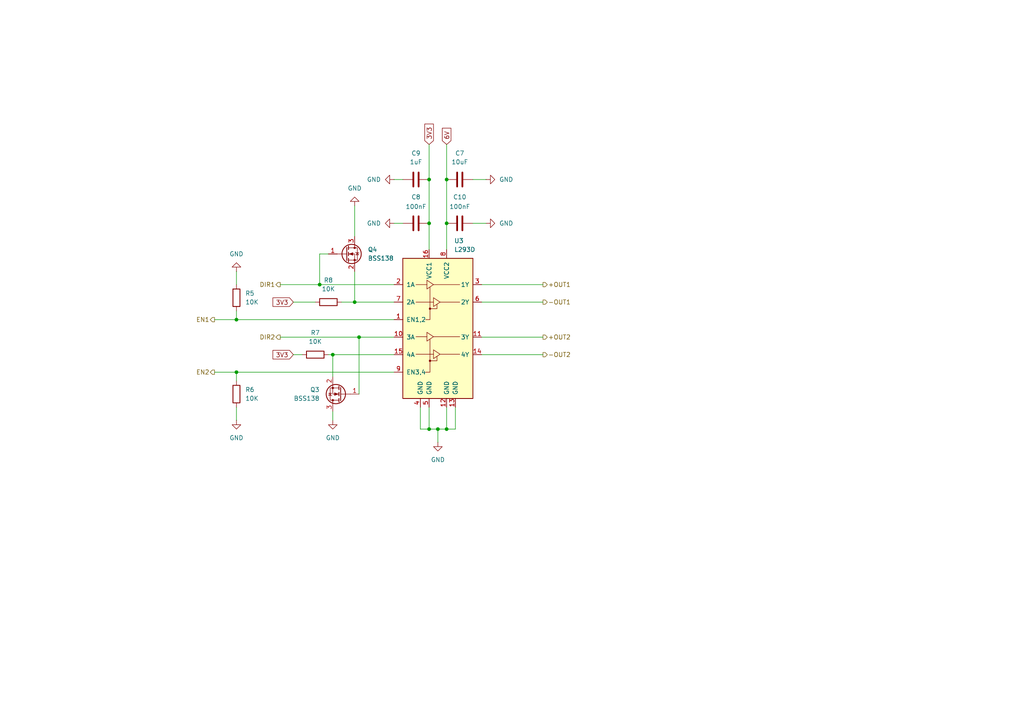
<source format=kicad_sch>
(kicad_sch (version 20231120) (generator "eeschema") (generator_version "8.0")
  (paper "A4")
  (lib_symbols
    (symbol "Device:C" (pin_numbers hide) (pin_names (offset 0.254))
      (property "Reference" "C" (at 0.635 2.54 0))
      (property "Value" "C" (at 0.635 -2.54 0))
      (symbol "C_0_1"
        (polyline (pts (xy -2.032 -0.762) (xy 2.032 -0.762)) (stroke (width 0.508)))
        (polyline (pts (xy -2.032 0.762) (xy 2.032 0.762)) (stroke (width 0.508)))
      )
      (symbol "C_1_1"
        (pin passive line (at 0 3.81 270) (length 2.794) (name "~") (number "1"))
        (pin passive line (at 0 -3.81 90) (length 2.794) (name "~") (number "2"))
      )
    )
    (symbol "Device:R" (pin_numbers hide) (pin_names (offset 0))
      (property "Reference" "R" (at 2.032 0 90))
      (property "Value" "R" (at 0 0 90))
      (symbol "R_0_1"
        (rectangle (start -1.016 -2.54) (end 1.016 2.54) (stroke (width 0.254)))
      )
      (symbol "R_1_1"
        (pin passive line (at 0 3.81 270) (length 1.27) (name "~") (number "1"))
        (pin passive line (at 0 -3.81 90) (length 1.27) (name "~") (number "2"))
      )
    )
    (symbol "Driver_Motor:L293D" (pin_names (offset 1.016))
      (property "Reference" "U" (at -5.08 26.035 0))
      (property "Value" "L293D" (at -5.08 24.13 0))
      (symbol "L293D_0_1"
        (rectangle (start -10.16 22.86) (end 10.16 -17.78) (stroke (width 0.254)) (fill (type background)))
        (circle (center -2.286 -6.858) (radius 0.254) (fill (type outline)))
        (circle (center -2.286 8.255) (radius 0.254) (fill (type outline)))
        (polyline (pts (xy -6.35 -4.953) (xy -1.27 -4.953)))
        (polyline (pts (xy -6.35 0.127) (xy -3.175 0.127)))
        (polyline (pts (xy -6.35 10.16) (xy -1.27 10.16)))
        (polyline (pts (xy -6.35 15.24) (xy -3.175 15.24)))
        (polyline (pts (xy -1.27 0.127) (xy 6.35 0.127)))
        (polyline (pts (xy -1.27 15.24) (xy 6.35 15.24)))
        (polyline (pts (xy 0.635 -4.953) (xy 6.35 -4.953)))
        (polyline (pts (xy 0.635 10.16) (xy 6.35 10.16)))
        (polyline (pts (xy -2.286 -6.858) (xy -0.254 -6.858) (xy -0.254 -5.588)))
        (polyline (pts (xy -2.286 -0.635) (xy -2.286 -10.16) (xy -3.556 -10.16)))
        (polyline (pts (xy -2.286 8.255) (xy -0.254 8.255) (xy -0.254 9.525)))
        (polyline (pts (xy -2.286 14.478) (xy -2.286 5.08) (xy -3.556 5.08)))
        (polyline (pts (xy -3.175 1.397) (xy -3.175 -1.143) (xy -1.27 0.127) (xy -3.175 1.397)))
        (polyline (pts (xy -3.175 16.51) (xy -3.175 13.97) (xy -1.27 15.24) (xy -3.175 16.51)))
        (polyline (pts (xy -1.27 -3.683) (xy -1.27 -6.223) (xy 0.635 -4.953) (xy -1.27 -3.683)))
        (polyline (pts (xy -1.27 11.43) (xy -1.27 8.89) (xy 0.635 10.16) (xy -1.27 11.43)))
      )
      (symbol "L293D_1_1"
        (pin input line (at -12.7 5.08 0) (length 2.54) (name "EN1,2") (number "1"))
        (pin input line (at -12.7 0 0) (length 2.54) (name "3A") (number "10"))
        (pin output line (at 12.7 0 180) (length 2.54) (name "3Y") (number "11"))
        (pin power_in line (at 2.54 -20.32 90) (length 2.54) (name "GND") (number "12"))
        (pin power_in line (at 5.08 -20.32 90) (length 2.54) (name "GND") (number "13"))
        (pin output line (at 12.7 -5.08 180) (length 2.54) (name "4Y") (number "14"))
        (pin input line (at -12.7 -5.08 0) (length 2.54) (name "4A") (number "15"))
        (pin power_in line (at -2.54 25.4 270) (length 2.54) (name "VCC1") (number "16"))
        (pin input line (at -12.7 15.24 0) (length 2.54) (name "1A") (number "2"))
        (pin output line (at 12.7 15.24 180) (length 2.54) (name "1Y") (number "3"))
        (pin power_in line (at -5.08 -20.32 90) (length 2.54) (name "GND") (number "4"))
        (pin power_in line (at -2.54 -20.32 90) (length 2.54) (name "GND") (number "5"))
        (pin output line (at 12.7 10.16 180) (length 2.54) (name "2Y") (number "6"))
        (pin input line (at -12.7 10.16 0) (length 2.54) (name "2A") (number "7"))
        (pin power_in line (at 2.54 25.4 270) (length 2.54) (name "VCC2") (number "8"))
        (pin input line (at -12.7 -10.16 0) (length 2.54) (name "EN3,4") (number "9"))
      )
    )
    (symbol "Transistor_FET:BSS138" (pin_names hide)
      (property "Reference" "Q" (at 5.08 1.905 0))
      (property "Value" "BSS138" (at 5.08 0 0))
      (symbol "BSS138_0_1"
        (polyline (pts (xy 0.254 0) (xy -2.54 0)))
        (polyline (pts (xy 0.254 1.905) (xy 0.254 -1.905)) (stroke (width 0.254)))
        (polyline (pts (xy 0.762 -1.27) (xy 0.762 -2.286)) (stroke (width 0.254)))
        (polyline (pts (xy 0.762 0.508) (xy 0.762 -0.508)) (stroke (width 0.254)))
        (polyline (pts (xy 0.762 2.286) (xy 0.762 1.27)) (stroke (width 0.254)))
        (polyline (pts (xy 2.54 2.54) (xy 2.54 1.778)))
        (polyline (pts (xy 2.54 -2.54) (xy 2.54 0) (xy 0.762 0)))
        (polyline (pts (xy 0.762 -1.778) (xy 3.302 -1.778) (xy 3.302 1.778) (xy 0.762 1.778)))
        (polyline (pts (xy 1.016 0) (xy 2.032 0.381) (xy 2.032 -0.381) (xy 1.016 0)) (fill (type outline)))
        (polyline (pts (xy 2.794 0.508) (xy 2.921 0.381) (xy 3.683 0.381) (xy 3.81 0.254)))
        (polyline (pts (xy 3.302 0.381) (xy 2.921 -0.254) (xy 3.683 -0.254) (xy 3.302 0.381)))
        (circle (center 1.651 0) (radius 2.794) (stroke (width 0.254)))
        (circle (center 2.54 -1.778) (radius 0.254) (fill (type outline)))
        (circle (center 2.54 1.778) (radius 0.254) (fill (type outline)))
      )
      (symbol "BSS138_1_1"
        (pin input line (at -5.08 0 0) (length 2.54) (name "G") (number "1"))
        (pin passive line (at 2.54 -5.08 90) (length 2.54) (name "S") (number "2"))
        (pin passive line (at 2.54 5.08 270) (length 2.54) (name "D") (number "3"))
      )
    )
    (symbol "power:GND" (power) (pin_numbers hide) (pin_names (offset 0) hide)
      (property "Value" "GND" (at 0 -3.81 0))
      (symbol "GND_0_1"
        (polyline (pts (xy 0 0) (xy 0 -1.27) (xy 1.27 -1.27) (xy 0 -2.54) (xy -1.27 -1.27) (xy 0 -1.27)))
      )
      (symbol "GND_1_1"
        (pin power_in line (at 0 0 270) (length 0) (name "~") (number "1"))
      )
    )
  )
  (junction (at 129.54 52.07))
  (junction (at 127 124.46))
  (junction (at 129.54 124.46))
  (junction (at 104.14 97.79))
  (junction (at 96.52 102.87))
  (junction (at 92.71 82.55))
  (junction (at 102.87 87.63))
  (junction (at 68.58 107.95))
  (junction (at 124.46 64.77))
  (junction (at 68.58 92.71))
  (junction (at 129.54 64.77))
  (junction (at 124.46 52.07))
  (junction (at 124.46 124.46))
  (wire (pts (xy 68.58 90.17) (xy 68.58 92.71)))
  (wire (pts (xy 139.7 82.55) (xy 157.48 82.55)))
  (wire (pts (xy 124.46 118.11) (xy 124.46 124.46)))
  (wire (pts (xy 104.14 97.79) (xy 114.3 97.79)))
  (wire (pts (xy 96.52 119.38) (xy 96.52 121.92)))
  (wire (pts (xy 104.14 114.3) (xy 104.14 97.79)))
  (wire (pts (xy 124.46 52.07) (xy 124.46 64.77)))
  (wire (pts (xy 92.71 73.66) (xy 95.25 73.66)))
  (wire (pts (xy 139.7 87.63) (xy 157.48 87.63)))
  (wire (pts (xy 81.28 82.55) (xy 92.71 82.55)))
  (wire (pts (xy 102.87 87.63) (xy 114.3 87.63)))
  (wire (pts (xy 139.7 97.79) (xy 157.48 97.79)))
  (wire (pts (xy 114.3 64.77) (xy 116.84 64.77)))
  (wire (pts (xy 85.09 87.63) (xy 91.44 87.63)))
  (wire (pts (xy 68.58 78.74) (xy 68.58 82.55)))
  (wire (pts (xy 132.08 118.11) (xy 132.08 124.46)))
  (wire (pts (xy 129.54 118.11) (xy 129.54 124.46)))
  (wire (pts (xy 68.58 92.71) (xy 114.3 92.71)))
  (wire (pts (xy 99.06 87.63) (xy 102.87 87.63)))
  (wire (pts (xy 96.52 102.87) (xy 114.3 102.87)))
  (wire (pts (xy 62.23 92.71) (xy 68.58 92.71)))
  (wire (pts (xy 92.71 82.55) (xy 92.71 73.66)))
  (wire (pts (xy 68.58 107.95) (xy 68.58 110.49)))
  (wire (pts (xy 127 124.46) (xy 127 128.27)))
  (wire (pts (xy 127 124.46) (xy 129.54 124.46)))
  (wire (pts (xy 129.54 124.46) (xy 132.08 124.46)))
  (wire (pts (xy 62.23 107.95) (xy 68.58 107.95)))
  (wire (pts (xy 92.71 82.55) (xy 114.3 82.55)))
  (wire (pts (xy 129.54 64.77) (xy 129.54 72.39)))
  (wire (pts (xy 81.28 97.79) (xy 104.14 97.79)))
  (wire (pts (xy 85.09 102.87) (xy 87.63 102.87)))
  (wire (pts (xy 139.7 102.87) (xy 157.48 102.87)))
  (wire (pts (xy 102.87 78.74) (xy 102.87 87.63)))
  (wire (pts (xy 137.16 52.07) (xy 140.97 52.07)))
  (wire (pts (xy 121.92 124.46) (xy 124.46 124.46)))
  (wire (pts (xy 124.46 41.91) (xy 124.46 52.07)))
  (wire (pts (xy 96.52 109.22) (xy 96.52 102.87)))
  (wire (pts (xy 129.54 41.91) (xy 129.54 52.07)))
  (wire (pts (xy 124.46 124.46) (xy 127 124.46)))
  (wire (pts (xy 121.92 118.11) (xy 121.92 124.46)))
  (wire (pts (xy 68.58 107.95) (xy 114.3 107.95)))
  (wire (pts (xy 137.16 64.77) (xy 140.97 64.77)))
  (wire (pts (xy 129.54 52.07) (xy 129.54 64.77)))
  (wire (pts (xy 114.3 52.07) (xy 116.84 52.07)))
  (wire (pts (xy 124.46 64.77) (xy 124.46 72.39)))
  (wire (pts (xy 68.58 118.11) (xy 68.58 121.92)))
  (wire (pts (xy 102.87 59.69) (xy 102.87 68.58)))
  (wire (pts (xy 95.25 102.87) (xy 96.52 102.87)))
  (global_label "3V3" (shape input) (at 124.46 41.91 90) (property "Intersheetrefs" "${INTERSHEET_REFS}" (effects (hide yes))))
  (global_label "3V3" (shape input) (at 85.09 87.63 180) (property "Intersheetrefs" "${INTERSHEET_REFS}" (effects (hide yes))))
  (global_label "3V3" (shape input) (at 85.09 102.87 180) (property "Intersheetrefs" "${INTERSHEET_REFS}" (effects (hide yes))))
  (global_label "6V" (shape input) (at 129.54 41.91 90) (property "Intersheetrefs" "${INTERSHEET_REFS}" (effects (hide yes))))
  (hierarchical_label "+OUT2" (shape output) (at 157.48 97.79 0))
  (hierarchical_label "EN1" (shape output) (at 62.23 92.71 180))
  (hierarchical_label "-OUT2" (shape output) (at 157.48 102.87 0))
  (hierarchical_label "-OUT1" (shape output) (at 157.48 87.63 0))
  (hierarchical_label "DIR2" (shape output) (at 81.28 97.79 180))
  (hierarchical_label "DIR1" (shape output) (at 81.28 82.55 180))
  (hierarchical_label "+OUT1" (shape output) (at 157.48 82.55 0))
  (hierarchical_label "EN2" (shape output) (at 62.23 107.95 180))
  (symbol (lib_id "Device:R") (at 68.58 114.3 0) (unit 1)
    (property "Reference" "R6" (at 71.12 113.0299 0) (effects (justify left)))
    (property "Value" "10K" (at 71.12 115.5699 0) (effects (justify left)))
    (property "Footprint" "Resistor_SMD:R_0603_1608Metric" (effects (hide yes)))
    (property "Description" "Resistor" (effects (hide yes)))
    (instances (project "Differential Swerve Drivetrain Board V3" (path "" (reference "R6") (unit 1)) (path "" (reference "R10") (unit 1)) (path "" (reference "R3") (unit 1))))
  )
  (symbol (lib_id "power:GND") (at 68.58 78.74 180) (unit 1)
    (property "Reference" "#PWR011" (effects (hide yes)))
    (property "Value" "GND" (at 68.58 73.66 0))
    (property "Description" "Power symbol creates a global label with name \"GND\" , ground" (effects (hide yes)))
    (instances (project "Differential Swerve Drivetrain Board V3" (path "" (reference "#PWR011") (unit 1)) (path "" (reference "#PWR020") (unit 1)) (path "" (reference "#PWR05") (unit 1))))
  )
  (symbol (lib_id "Device:C") (at 120.65 64.77 270) (unit 1)
    (property "Reference" "C8" (at 120.65 57.15 90))
    (property "Value" "100nF" (at 120.65 59.944 90))
    (property "Footprint" "Capacitor_SMD:C_0805_2012Metric" (effects (hide yes)))
    (property "Description" "Unpolarized capacitor" (effects (hide yes)))
    (instances (project "Differential Swerve Drivetrain Board V3" (path "" (reference "C8") (unit 1)) (path "" (reference "C12") (unit 1)) (path "" (reference "C3") (unit 1))))
  )
  (symbol (lib_id "Driver_Motor:L293D") (at 127 97.79 0) (unit 1)
    (property "Reference" "U3" (at 131.7341 69.85 0) (effects (justify left)))
    (property "Value" "L293D" (at 131.7341 72.39 0) (effects (justify left)))
    (property "Footprint" "Package_DIP:DIP-16_W7.62mm" (effects (hide yes)))
    (property "Datasheet" "http://www.ti.com/lit/ds/symlink/l293.pdf" (effects (hide yes)))
    (property "Description" "Quadruple Half-H Drivers" (effects (hide yes)))
    (instances (project "Differential Swerve Drivetrain Board V3" (path "" (reference "U3") (unit 1)) (path "" (reference "U4") (unit 1)) (path "" (reference "U7") (unit 1))))
  )
  (symbol (lib_id "Transistor_FET:BSS138") (at 99.06 114.3 180) (unit 1)
    (property "Reference" "Q3" (at 92.71 113.0299 0) (effects (justify left)))
    (property "Value" "BSS138" (at 92.71 115.5699 0) (effects (justify left)))
    (property "Footprint" "Package_TO_SOT_SMD:SOT-23" (effects (hide yes)))
    (property "Datasheet" "https://www.onsemi.com/pub/Collateral/BSS138-D.PDF" (effects (hide yes)))
    (property "Description" "50V Vds, 0.22A Id, N-Channel MOSFET, SOT-23" (effects (hide yes)))
    (instances (project "Differential Swerve Drivetrain Board V3" (path "" (reference "Q3") (unit 1)) (path "" (reference "Q5") (unit 1)) (path "" (reference "Q2") (unit 1))))
  )
  (symbol (lib_id "power:GND") (at 114.3 64.77 270) (unit 1)
    (property "Reference" "#PWR016" (effects (hide yes)))
    (property "Value" "GND" (at 110.49 64.7701 90) (effects (justify right)))
    (property "Description" "Power symbol creates a global label with name \"GND\" , ground" (effects (hide yes)))
    (instances (project "Differential Swerve Drivetrain Board V3" (path "" (reference "#PWR016") (unit 1)) (path "" (reference "#PWR025") (unit 1)) (path "" (reference "#PWR09") (unit 1))))
  )
  (symbol (lib_id "Device:C") (at 133.35 52.07 90) (unit 1)
    (property "Reference" "C7" (at 133.35 44.45 90))
    (property "Value" "10uF" (at 133.35 46.99 90))
    (property "Footprint" "Capacitor_SMD:C_1210_3225Metric" (effects (hide yes)))
    (property "Description" "Unpolarized capacitor" (effects (hide yes)))
    (instances (project "Differential Swerve Drivetrain Board V3" (path "" (reference "C7") (unit 1)) (path "" (reference "C11") (unit 1)) (path "" (reference "C4") (unit 1))))
  )
  (symbol (lib_id "power:GND") (at 96.52 121.92 0) (unit 1)
    (property "Reference" "#PWR013" (effects (hide yes)))
    (property "Value" "GND" (at 96.52 127 0))
    (property "Description" "Power symbol creates a global label with name \"GND\" , ground" (effects (hide yes)))
    (instances (project "Differential Swerve Drivetrain Board V3" (path "" (reference "#PWR013") (unit 1)) (path "" (reference "#PWR022") (unit 1)) (path "" (reference "#PWR03") (unit 1))))
  )
  (symbol (lib_id "power:GND") (at 114.3 52.07 270) (unit 1)
    (property "Reference" "#PWR015" (effects (hide yes)))
    (property "Value" "GND" (at 110.49 52.0701 90) (effects (justify right)))
    (property "Description" "Power symbol creates a global label with name \"GND\" , ground" (effects (hide yes)))
    (instances (project "Differential Swerve Drivetrain Board V3" (path "" (reference "#PWR015") (unit 1)) (path "" (reference "#PWR024") (unit 1)) (path "" (reference "#PWR010") (unit 1))))
  )
  (symbol (lib_id "power:GND") (at 127 128.27 0) (unit 1)
    (property "Reference" "#PWR017" (effects (hide yes)))
    (property "Value" "GND" (at 127 133.35 0))
    (property "Description" "Power symbol creates a global label with name \"GND\" , ground" (effects (hide yes)))
    (instances (project "Differential Swerve Drivetrain Board V3" (path "" (reference "#PWR017") (unit 1)) (path "" (reference "#PWR026") (unit 1)) (path "" (reference "#PWR06") (unit 1))))
  )
  (symbol (lib_id "Device:R") (at 95.25 87.63 270) (unit 1)
    (property "Reference" "R8" (at 95.25 81.28 90))
    (property "Value" "10K" (at 95.25 83.82 90))
    (property "Footprint" "Resistor_SMD:R_0603_1608Metric" (effects (hide yes)))
    (property "Description" "Resistor" (effects (hide yes)))
    (instances (project "Differential Swerve Drivetrain Board V3" (path "" (reference "R8") (unit 1)) (path "" (reference "R12") (unit 1)) (path "" (reference "R1") (unit 1))))
  )
  (symbol (lib_id "power:GND") (at 68.58 121.92 0) (unit 1)
    (property "Reference" "#PWR012" (effects (hide yes)))
    (property "Value" "GND" (at 68.58 127 0))
    (property "Description" "Power symbol creates a global label with name \"GND\" , ground" (effects (hide yes)))
    (instances (project "Differential Swerve Drivetrain Board V3" (path "" (reference "#PWR012") (unit 1)) (path "" (reference "#PWR021") (unit 1)) (path "" (reference "#PWR04") (unit 1))))
  )
  (symbol (lib_id "power:GND") (at 102.87 59.69 180) (unit 1)
    (property "Reference" "#PWR0101" (effects (hide yes)))
    (property "Value" "GND" (at 102.87 54.61 0))
    (property "Description" "Power symbol creates a global label with name \"GND\" , ground" (effects (hide yes)))
    (instances (project "Differential Swerve Drivetrain Board V3" (path "" (reference "#PWR0101") (unit 1)) (path "" (reference "#PWR023") (unit 1)) (path "" (reference "#PWR014") (unit 1))))
  )
  (symbol (lib_id "Transistor_FET:BSS138") (at 100.33 73.66 0) (unit 1)
    (property "Reference" "Q4" (at 106.68 72.3899 0) (effects (justify left)))
    (property "Value" "BSS138" (at 106.68 74.9299 0) (effects (justify left)))
    (property "Footprint" "Package_TO_SOT_SMD:SOT-23" (effects (hide yes)))
    (property "Datasheet" "https://www.onsemi.com/pub/Collateral/BSS138-D.PDF" (effects (hide yes)))
    (property "Description" "50V Vds, 0.22A Id, N-Channel MOSFET, SOT-23" (effects (hide yes)))
    (instances (project "Differential Swerve Drivetrain Board V3" (path "" (reference "Q4") (unit 1)) (path "" (reference "Q6") (unit 1)) (path "" (reference "Q1") (unit 1))))
  )
  (symbol (lib_id "Device:R") (at 91.44 102.87 90) (mirror x) (unit 1)
    (property "Reference" "R7" (at 91.44 96.52 90))
    (property "Value" "10K" (at 91.44 99.06 90))
    (property "Footprint" "Resistor_SMD:R_0603_1608Metric" (effects (hide yes)))
    (property "Description" "Resistor" (effects (hide yes)))
    (instances (project "Differential Swerve Drivetrain Board V3" (path "" (reference "R7") (unit 1)) (path "" (reference "R11") (unit 1)) (path "" (reference "R2") (unit 1))))
  )
  (symbol (lib_id "power:GND") (at 140.97 52.07 90) (unit 1)
    (property "Reference" "#PWR018" (effects (hide yes)))
    (property "Value" "GND" (at 144.78 52.0699 90) (effects (justify right)))
    (property "Description" "Power symbol creates a global label with name \"GND\" , ground" (effects (hide yes)))
    (instances (project "Differential Swerve Drivetrain Board V3" (path "" (reference "#PWR018") (unit 1)) (path "" (reference "#PWR027") (unit 1)) (path "" (reference "#PWR08") (unit 1))))
  )
  (symbol (lib_id "Device:C") (at 120.65 52.07 90) (unit 1)
    (property "Reference" "C9" (at 120.65 44.45 90))
    (property "Value" "1uF" (at 120.65 46.99 90))
    (property "Footprint" "Capacitor_SMD:C_1210_3225Metric" (effects (hide yes)))
    (property "Description" "Unpolarized capacitor" (effects (hide yes)))
    (instances (project "Differential Swerve Drivetrain Board V3" (path "" (reference "C9") (unit 1)) (path "" (reference "C13") (unit 1)) (path "" (reference "C2") (unit 1))))
  )
  (symbol (lib_id "power:GND") (at 140.97 64.77 90) (unit 1)
    (property "Reference" "#PWR019" (effects (hide yes)))
    (property "Value" "GND" (at 144.78 64.7699 90) (effects (justify right)))
    (property "Description" "Power symbol creates a global label with name \"GND\" , ground" (effects (hide yes)))
    (instances (project "Differential Swerve Drivetrain Board V3" (path "" (reference "#PWR019") (unit 1)) (path "" (reference "#PWR028") (unit 1)) (path "" (reference "#PWR07") (unit 1))))
  )
  (symbol (lib_id "Device:C") (at 133.35 64.77 270) (unit 1)
    (property "Reference" "C10" (at 133.35 57.15 90))
    (property "Value" "100nF" (at 133.35 59.944 90))
    (property "Footprint" "Capacitor_SMD:C_0805_2012Metric" (effects (hide yes)))
    (property "Description" "Unpolarized capacitor" (effects (hide yes)))
    (instances (project "Differential Swerve Drivetrain Board V3" (path "" (reference "C10") (unit 1)) (path "" (reference "C14") (unit 1)) (path "" (reference "C1") (unit 1))))
  )
  (symbol (lib_id "Device:R") (at 68.58 86.36 0) (unit 1)
    (property "Reference" "R5" (at 71.12 85.0899 0) (effects (justify left)))
    (property "Value" "10K" (at 71.12 87.6299 0) (effects (justify left)))
    (property "Footprint" "Resistor_SMD:R_0603_1608Metric" (effects (hide yes)))
    (property "Description" "Resistor" (effects (hide yes)))
    (instances (project "Differential Swerve Drivetrain Board V3" (path "" (reference "R5") (unit 1)) (path "" (reference "R9") (unit 1)) (path "" (reference "R4") (unit 1))))
  )
)
</source>
